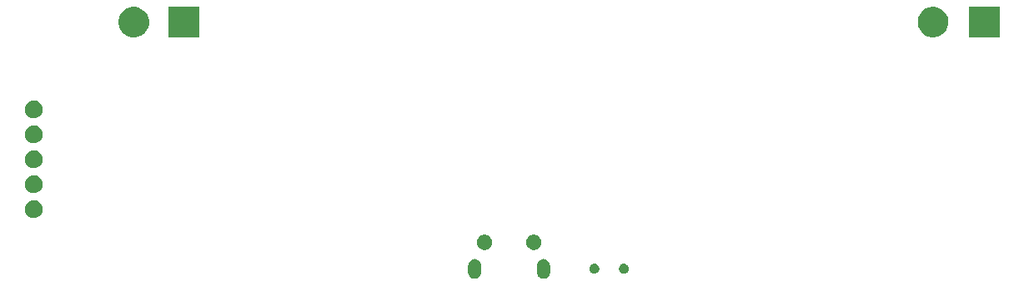
<source format=gbs>
G04 #@! TF.FileFunction,Soldermask,Bot*
%FSLAX46Y46*%
G04 Gerber Fmt 4.6, Leading zero omitted, Abs format (unit mm)*
G04 Created by KiCad (PCBNEW 4.0.7) date Thursday, August 02, 2018 'PMt' 05:34:58 PM*
%MOMM*%
%LPD*%
G01*
G04 APERTURE LIST*
%ADD10C,0.100000*%
G04 APERTURE END LIST*
D10*
G36*
X67750651Y-51428429D02*
X67750664Y-51428433D01*
X67750701Y-51428437D01*
X67871885Y-51465950D01*
X67983475Y-51526287D01*
X68081221Y-51607149D01*
X68161399Y-51705456D01*
X68220955Y-51817465D01*
X68257621Y-51938909D01*
X68270000Y-52065161D01*
X68270000Y-52774839D01*
X68269937Y-52783914D01*
X68255796Y-52909982D01*
X68217438Y-53030901D01*
X68156324Y-53142068D01*
X68074781Y-53239246D01*
X67975916Y-53318736D01*
X67863494Y-53377509D01*
X67741798Y-53413326D01*
X67741764Y-53413329D01*
X67741751Y-53413333D01*
X67615464Y-53424826D01*
X67489349Y-53411571D01*
X67489336Y-53411567D01*
X67489299Y-53411563D01*
X67368115Y-53374050D01*
X67256525Y-53313713D01*
X67158779Y-53232851D01*
X67078601Y-53134544D01*
X67019045Y-53022535D01*
X66982379Y-52901091D01*
X66970000Y-52774839D01*
X66970000Y-52065161D01*
X66970063Y-52056086D01*
X66984204Y-51930018D01*
X67022562Y-51809099D01*
X67083676Y-51697932D01*
X67165219Y-51600754D01*
X67264084Y-51521264D01*
X67376506Y-51462491D01*
X67498202Y-51426674D01*
X67498236Y-51426671D01*
X67498249Y-51426667D01*
X67624536Y-51415174D01*
X67750651Y-51428429D01*
X67750651Y-51428429D01*
G37*
G36*
X74750651Y-51428429D02*
X74750664Y-51428433D01*
X74750701Y-51428437D01*
X74871885Y-51465950D01*
X74983475Y-51526287D01*
X75081221Y-51607149D01*
X75161399Y-51705456D01*
X75220955Y-51817465D01*
X75257621Y-51938909D01*
X75270000Y-52065161D01*
X75270000Y-52774839D01*
X75269937Y-52783914D01*
X75255796Y-52909982D01*
X75217438Y-53030901D01*
X75156324Y-53142068D01*
X75074781Y-53239246D01*
X74975916Y-53318736D01*
X74863494Y-53377509D01*
X74741798Y-53413326D01*
X74741764Y-53413329D01*
X74741751Y-53413333D01*
X74615464Y-53424826D01*
X74489349Y-53411571D01*
X74489336Y-53411567D01*
X74489299Y-53411563D01*
X74368115Y-53374050D01*
X74256525Y-53313713D01*
X74158779Y-53232851D01*
X74078601Y-53134544D01*
X74019045Y-53022535D01*
X73982379Y-52901091D01*
X73970000Y-52774839D01*
X73970000Y-52065161D01*
X73970063Y-52056086D01*
X73984204Y-51930018D01*
X74022562Y-51809099D01*
X74083676Y-51697932D01*
X74165219Y-51600754D01*
X74264084Y-51521264D01*
X74376506Y-51462491D01*
X74498202Y-51426674D01*
X74498236Y-51426671D01*
X74498249Y-51426667D01*
X74624536Y-51415174D01*
X74750651Y-51428429D01*
X74750651Y-51428429D01*
G37*
G36*
X79832517Y-51900332D02*
X79928571Y-51920049D01*
X80018965Y-51958047D01*
X80100255Y-52012877D01*
X80169348Y-52082454D01*
X80223614Y-52164130D01*
X80260976Y-52254780D01*
X80279955Y-52350629D01*
X80279955Y-52350638D01*
X80280021Y-52350972D01*
X80278457Y-52462970D01*
X80278381Y-52463304D01*
X80278381Y-52463316D01*
X80256737Y-52558587D01*
X80216852Y-52648168D01*
X80160334Y-52728289D01*
X80089321Y-52795913D01*
X80006527Y-52848455D01*
X79915110Y-52883913D01*
X79818547Y-52900940D01*
X79720514Y-52898887D01*
X79624741Y-52877830D01*
X79534889Y-52838574D01*
X79454370Y-52782613D01*
X79386254Y-52712076D01*
X79333139Y-52629658D01*
X79297042Y-52538488D01*
X79279340Y-52442038D01*
X79280710Y-52343995D01*
X79301096Y-52248085D01*
X79339725Y-52157957D01*
X79395123Y-52077050D01*
X79465183Y-52008442D01*
X79547230Y-51954752D01*
X79638146Y-51918020D01*
X79734461Y-51899647D01*
X79832517Y-51900332D01*
X79832517Y-51900332D01*
G37*
G36*
X82832517Y-51900332D02*
X82928571Y-51920049D01*
X83018965Y-51958047D01*
X83100255Y-52012877D01*
X83169348Y-52082454D01*
X83223614Y-52164130D01*
X83260976Y-52254780D01*
X83279955Y-52350629D01*
X83279955Y-52350638D01*
X83280021Y-52350972D01*
X83278457Y-52462970D01*
X83278381Y-52463304D01*
X83278381Y-52463316D01*
X83256737Y-52558587D01*
X83216852Y-52648168D01*
X83160334Y-52728289D01*
X83089321Y-52795913D01*
X83006527Y-52848455D01*
X82915110Y-52883913D01*
X82818547Y-52900940D01*
X82720514Y-52898887D01*
X82624741Y-52877830D01*
X82534889Y-52838574D01*
X82454370Y-52782613D01*
X82386254Y-52712076D01*
X82333139Y-52629658D01*
X82297042Y-52538488D01*
X82279340Y-52442038D01*
X82280710Y-52343995D01*
X82301096Y-52248085D01*
X82339725Y-52157957D01*
X82395123Y-52077050D01*
X82465183Y-52008442D01*
X82547230Y-51954752D01*
X82638146Y-51918020D01*
X82734461Y-51899647D01*
X82832517Y-51900332D01*
X82832517Y-51900332D01*
G37*
G36*
X68701401Y-48945514D02*
X68850285Y-48976076D01*
X68990392Y-49034971D01*
X69116397Y-49119963D01*
X69223491Y-49227807D01*
X69307596Y-49354397D01*
X69365514Y-49494914D01*
X69394968Y-49643664D01*
X69394968Y-49643678D01*
X69395033Y-49644007D01*
X69392609Y-49817603D01*
X69392533Y-49817937D01*
X69392533Y-49817945D01*
X69358939Y-49965816D01*
X69297121Y-50104658D01*
X69209513Y-50228851D01*
X69099444Y-50333668D01*
X68971123Y-50415103D01*
X68829421Y-50470066D01*
X68679747Y-50496457D01*
X68527795Y-50493274D01*
X68379350Y-50460636D01*
X68240077Y-50399789D01*
X68115276Y-50313050D01*
X68009695Y-50203718D01*
X67927366Y-50075969D01*
X67871416Y-49934655D01*
X67843978Y-49785161D01*
X67846101Y-49633192D01*
X67877700Y-49484531D01*
X67937575Y-49344833D01*
X68023441Y-49219428D01*
X68132032Y-49113087D01*
X68259207Y-49029866D01*
X68400126Y-48972931D01*
X68549416Y-48944453D01*
X68701401Y-48945514D01*
X68701401Y-48945514D01*
G37*
G36*
X73701401Y-48945514D02*
X73850285Y-48976076D01*
X73990392Y-49034971D01*
X74116397Y-49119963D01*
X74223491Y-49227807D01*
X74307596Y-49354397D01*
X74365514Y-49494914D01*
X74394968Y-49643664D01*
X74394968Y-49643678D01*
X74395033Y-49644007D01*
X74392609Y-49817603D01*
X74392533Y-49817937D01*
X74392533Y-49817945D01*
X74358939Y-49965816D01*
X74297121Y-50104658D01*
X74209513Y-50228851D01*
X74099444Y-50333668D01*
X73971123Y-50415103D01*
X73829421Y-50470066D01*
X73679747Y-50496457D01*
X73527795Y-50493274D01*
X73379350Y-50460636D01*
X73240077Y-50399789D01*
X73115276Y-50313050D01*
X73009695Y-50203718D01*
X72927366Y-50075969D01*
X72871416Y-49934655D01*
X72843978Y-49785161D01*
X72846101Y-49633192D01*
X72877700Y-49484531D01*
X72937575Y-49344833D01*
X73023441Y-49219428D01*
X73132032Y-49113087D01*
X73259207Y-49029866D01*
X73400126Y-48972931D01*
X73549416Y-48944453D01*
X73701401Y-48945514D01*
X73701401Y-48945514D01*
G37*
G36*
X22954531Y-45455597D02*
X23127427Y-45491088D01*
X23290132Y-45559483D01*
X23436458Y-45658180D01*
X23560828Y-45783422D01*
X23658502Y-45930433D01*
X23725757Y-46093608D01*
X23759973Y-46266407D01*
X23759973Y-46266416D01*
X23760039Y-46266750D01*
X23757224Y-46468346D01*
X23757148Y-46468680D01*
X23757148Y-46468691D01*
X23718123Y-46640459D01*
X23646334Y-46801699D01*
X23544592Y-46945927D01*
X23416778Y-47067644D01*
X23267755Y-47162216D01*
X23103199Y-47226043D01*
X22929383Y-47256692D01*
X22752923Y-47252996D01*
X22580536Y-47215094D01*
X22418800Y-47144433D01*
X22273869Y-47043703D01*
X22151260Y-46916738D01*
X22055651Y-46768382D01*
X21990676Y-46604277D01*
X21958814Y-46430672D01*
X21961279Y-46254191D01*
X21997974Y-46081552D01*
X22067506Y-45919322D01*
X22167222Y-45773691D01*
X22293328Y-45650198D01*
X22441015Y-45553555D01*
X22604663Y-45487437D01*
X22778032Y-45454365D01*
X22954531Y-45455597D01*
X22954531Y-45455597D01*
G37*
G36*
X22954531Y-42915597D02*
X23127427Y-42951088D01*
X23290132Y-43019483D01*
X23436458Y-43118180D01*
X23560828Y-43243422D01*
X23658502Y-43390433D01*
X23725757Y-43553608D01*
X23759973Y-43726407D01*
X23759973Y-43726416D01*
X23760039Y-43726750D01*
X23757224Y-43928346D01*
X23757148Y-43928680D01*
X23757148Y-43928691D01*
X23718123Y-44100459D01*
X23646334Y-44261699D01*
X23544592Y-44405927D01*
X23416778Y-44527644D01*
X23267755Y-44622216D01*
X23103199Y-44686043D01*
X22929383Y-44716692D01*
X22752923Y-44712996D01*
X22580536Y-44675094D01*
X22418800Y-44604433D01*
X22273869Y-44503703D01*
X22151260Y-44376738D01*
X22055651Y-44228382D01*
X21990676Y-44064277D01*
X21958814Y-43890672D01*
X21961279Y-43714191D01*
X21997974Y-43541552D01*
X22067506Y-43379322D01*
X22167222Y-43233691D01*
X22293328Y-43110198D01*
X22441015Y-43013555D01*
X22604663Y-42947437D01*
X22778032Y-42914365D01*
X22954531Y-42915597D01*
X22954531Y-42915597D01*
G37*
G36*
X22954531Y-40375597D02*
X23127427Y-40411088D01*
X23290132Y-40479483D01*
X23436458Y-40578180D01*
X23560828Y-40703422D01*
X23658502Y-40850433D01*
X23725757Y-41013608D01*
X23759973Y-41186407D01*
X23759973Y-41186416D01*
X23760039Y-41186750D01*
X23757224Y-41388346D01*
X23757148Y-41388680D01*
X23757148Y-41388691D01*
X23718123Y-41560459D01*
X23646334Y-41721699D01*
X23544592Y-41865927D01*
X23416778Y-41987644D01*
X23267755Y-42082216D01*
X23103199Y-42146043D01*
X22929383Y-42176692D01*
X22752923Y-42172996D01*
X22580536Y-42135094D01*
X22418800Y-42064433D01*
X22273869Y-41963703D01*
X22151260Y-41836738D01*
X22055651Y-41688382D01*
X21990676Y-41524277D01*
X21958814Y-41350672D01*
X21961279Y-41174191D01*
X21997974Y-41001552D01*
X22067506Y-40839322D01*
X22167222Y-40693691D01*
X22293328Y-40570198D01*
X22441015Y-40473555D01*
X22604663Y-40407437D01*
X22778032Y-40374365D01*
X22954531Y-40375597D01*
X22954531Y-40375597D01*
G37*
G36*
X22954531Y-37835597D02*
X23127427Y-37871088D01*
X23290132Y-37939483D01*
X23436458Y-38038180D01*
X23560828Y-38163422D01*
X23658502Y-38310433D01*
X23725757Y-38473608D01*
X23759973Y-38646407D01*
X23759973Y-38646416D01*
X23760039Y-38646750D01*
X23757224Y-38848346D01*
X23757148Y-38848680D01*
X23757148Y-38848691D01*
X23718123Y-39020459D01*
X23646334Y-39181699D01*
X23544592Y-39325927D01*
X23416778Y-39447644D01*
X23267755Y-39542216D01*
X23103199Y-39606043D01*
X22929383Y-39636692D01*
X22752923Y-39632996D01*
X22580536Y-39595094D01*
X22418800Y-39524433D01*
X22273869Y-39423703D01*
X22151260Y-39296738D01*
X22055651Y-39148382D01*
X21990676Y-38984277D01*
X21958814Y-38810672D01*
X21961279Y-38634191D01*
X21997974Y-38461552D01*
X22067506Y-38299322D01*
X22167222Y-38153691D01*
X22293328Y-38030198D01*
X22441015Y-37933555D01*
X22604663Y-37867437D01*
X22778032Y-37834365D01*
X22954531Y-37835597D01*
X22954531Y-37835597D01*
G37*
G36*
X22954531Y-35295597D02*
X23127427Y-35331088D01*
X23290132Y-35399483D01*
X23436458Y-35498180D01*
X23560828Y-35623422D01*
X23658502Y-35770433D01*
X23725757Y-35933608D01*
X23759973Y-36106407D01*
X23759973Y-36106416D01*
X23760039Y-36106750D01*
X23757224Y-36308346D01*
X23757148Y-36308680D01*
X23757148Y-36308691D01*
X23718123Y-36480459D01*
X23646334Y-36641699D01*
X23544592Y-36785927D01*
X23416778Y-36907644D01*
X23267755Y-37002216D01*
X23103199Y-37066043D01*
X22929383Y-37096692D01*
X22752923Y-37092996D01*
X22580536Y-37055094D01*
X22418800Y-36984433D01*
X22273869Y-36883703D01*
X22151260Y-36756738D01*
X22055651Y-36608382D01*
X21990676Y-36444277D01*
X21958814Y-36270672D01*
X21961279Y-36094191D01*
X21997974Y-35921552D01*
X22067506Y-35759322D01*
X22167222Y-35613691D01*
X22293328Y-35490198D01*
X22441015Y-35393555D01*
X22604663Y-35327437D01*
X22778032Y-35294365D01*
X22954531Y-35295597D01*
X22954531Y-35295597D01*
G37*
G36*
X33182803Y-25756030D02*
X33480567Y-25817153D01*
X33760784Y-25934945D01*
X34012788Y-26104923D01*
X34226979Y-26320615D01*
X34395194Y-26573798D01*
X34511027Y-26854830D01*
X34570001Y-27152671D01*
X34570001Y-27152681D01*
X34570067Y-27153015D01*
X34565219Y-27500207D01*
X34565142Y-27500545D01*
X34565142Y-27500553D01*
X34497878Y-27796622D01*
X34374241Y-28074315D01*
X34199023Y-28322703D01*
X33978891Y-28532331D01*
X33722244Y-28695204D01*
X33438843Y-28805129D01*
X33139492Y-28857912D01*
X32835588Y-28851546D01*
X32538703Y-28786272D01*
X32260161Y-28664579D01*
X32010549Y-28491095D01*
X31799394Y-28272437D01*
X31634733Y-28016934D01*
X31522833Y-27734308D01*
X31467960Y-27435325D01*
X31472205Y-27131385D01*
X31535402Y-26834061D01*
X31655151Y-26554667D01*
X31826884Y-26303857D01*
X32044065Y-26091178D01*
X32298416Y-25924735D01*
X32580253Y-25810866D01*
X32878836Y-25753908D01*
X33182803Y-25756030D01*
X33182803Y-25756030D01*
G37*
G36*
X114335803Y-25756030D02*
X114633567Y-25817153D01*
X114913784Y-25934945D01*
X115165788Y-26104923D01*
X115379979Y-26320615D01*
X115548194Y-26573798D01*
X115664027Y-26854830D01*
X115723001Y-27152671D01*
X115723001Y-27152681D01*
X115723067Y-27153015D01*
X115718219Y-27500207D01*
X115718142Y-27500545D01*
X115718142Y-27500553D01*
X115650878Y-27796622D01*
X115527241Y-28074315D01*
X115352023Y-28322703D01*
X115131891Y-28532331D01*
X114875244Y-28695204D01*
X114591843Y-28805129D01*
X114292492Y-28857912D01*
X113988588Y-28851546D01*
X113691703Y-28786272D01*
X113413161Y-28664579D01*
X113163549Y-28491095D01*
X112952394Y-28272437D01*
X112787733Y-28016934D01*
X112675833Y-27734308D01*
X112620960Y-27435325D01*
X112625205Y-27131385D01*
X112688402Y-26834061D01*
X112808151Y-26554667D01*
X112979884Y-26303857D01*
X113197065Y-26091178D01*
X113451416Y-25924735D01*
X113733253Y-25810866D01*
X114031836Y-25753908D01*
X114335803Y-25756030D01*
X114335803Y-25756030D01*
G37*
G36*
X39650000Y-28855000D02*
X36550000Y-28855000D01*
X36550000Y-25755000D01*
X39650000Y-25755000D01*
X39650000Y-28855000D01*
X39650000Y-28855000D01*
G37*
G36*
X120930000Y-28855000D02*
X117830000Y-28855000D01*
X117830000Y-25755000D01*
X120930000Y-25755000D01*
X120930000Y-28855000D01*
X120930000Y-28855000D01*
G37*
M02*

</source>
